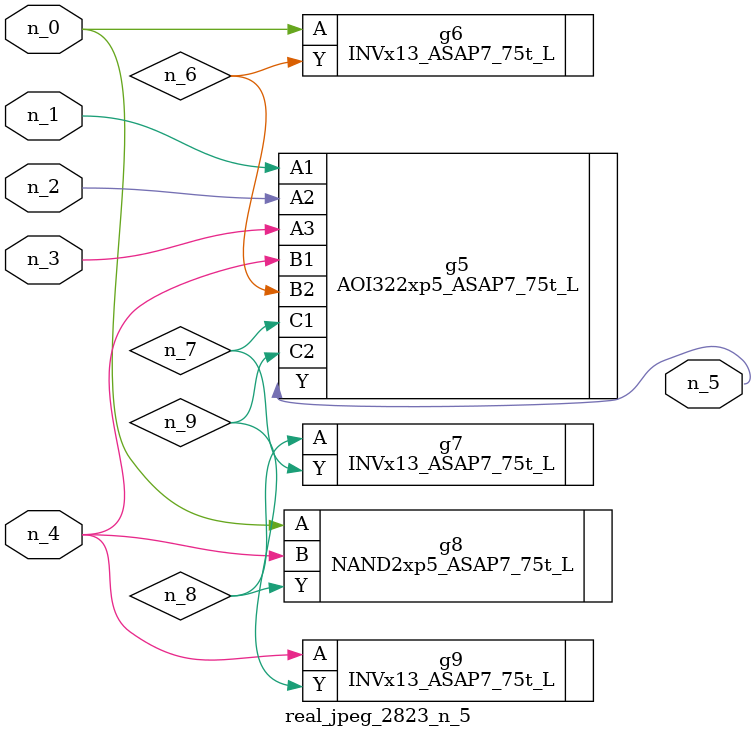
<source format=v>
module real_jpeg_2823_n_5 (n_4, n_0, n_1, n_2, n_3, n_5);

input n_4;
input n_0;
input n_1;
input n_2;
input n_3;

output n_5;

wire n_8;
wire n_6;
wire n_7;
wire n_9;

INVx13_ASAP7_75t_L g6 ( 
.A(n_0),
.Y(n_6)
);

NAND2xp5_ASAP7_75t_L g8 ( 
.A(n_0),
.B(n_4),
.Y(n_8)
);

AOI322xp5_ASAP7_75t_L g5 ( 
.A1(n_1),
.A2(n_2),
.A3(n_3),
.B1(n_4),
.B2(n_6),
.C1(n_7),
.C2(n_9),
.Y(n_5)
);

INVx13_ASAP7_75t_L g9 ( 
.A(n_4),
.Y(n_9)
);

INVx13_ASAP7_75t_L g7 ( 
.A(n_8),
.Y(n_7)
);


endmodule
</source>
